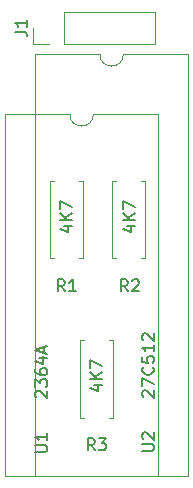
<source format=gto>
G04 #@! TF.GenerationSoftware,KiCad,Pcbnew,(5.1.6)-1*
G04 #@! TF.CreationDate,2020-07-21T10:16:09+03:00*
G04 #@! TF.ProjectId,C64_8Kernal,4336345f-384b-4657-926e-616c2e6b6963,rev?*
G04 #@! TF.SameCoordinates,Original*
G04 #@! TF.FileFunction,Legend,Top*
G04 #@! TF.FilePolarity,Positive*
%FSLAX46Y46*%
G04 Gerber Fmt 4.6, Leading zero omitted, Abs format (unit mm)*
G04 Created by KiCad (PCBNEW (5.1.6)-1) date 2020-07-21 10:16:09*
%MOMM*%
%LPD*%
G01*
G04 APERTURE LIST*
%ADD10C,0.120000*%
%ADD11C,0.150000*%
G04 APERTURE END LIST*
D10*
X128500000Y-96996000D02*
X128170000Y-96996000D01*
X128170000Y-96996000D02*
X128170000Y-90456000D01*
X128170000Y-90456000D02*
X128500000Y-90456000D01*
X130580000Y-96996000D02*
X130910000Y-96996000D01*
X130910000Y-96996000D02*
X130910000Y-90456000D01*
X130910000Y-90456000D02*
X130580000Y-90456000D01*
X131214000Y-83524000D02*
X130884000Y-83524000D01*
X130884000Y-83524000D02*
X130884000Y-76984000D01*
X130884000Y-76984000D02*
X131214000Y-76984000D01*
X133294000Y-83524000D02*
X133624000Y-83524000D01*
X133624000Y-83524000D02*
X133624000Y-76984000D01*
X133624000Y-76984000D02*
X133294000Y-76984000D01*
X125964000Y-83524000D02*
X125634000Y-83524000D01*
X125634000Y-83524000D02*
X125634000Y-76984000D01*
X125634000Y-76984000D02*
X125964000Y-76984000D01*
X128044000Y-83524000D02*
X128374000Y-83524000D01*
X128374000Y-83524000D02*
X128374000Y-76984000D01*
X128374000Y-76984000D02*
X128044000Y-76984000D01*
X127270000Y-71314000D02*
X121810000Y-71314000D01*
X121810000Y-71314000D02*
X121810000Y-101914000D01*
X121810000Y-101914000D02*
X134730000Y-101914000D01*
X134730000Y-101914000D02*
X134730000Y-71314000D01*
X134730000Y-71314000D02*
X129270000Y-71314000D01*
X129270000Y-71314000D02*
G75*
G02*
X127270000Y-71314000I-1000000J0D01*
G01*
X129810000Y-66234000D02*
X124350000Y-66234000D01*
X124350000Y-66234000D02*
X124350000Y-101914000D01*
X124350000Y-101914000D02*
X137270000Y-101914000D01*
X137270000Y-101914000D02*
X137270000Y-66234000D01*
X137270000Y-66234000D02*
X131810000Y-66234000D01*
X131810000Y-66234000D02*
G75*
G02*
X129810000Y-66234000I-1000000J0D01*
G01*
X134450000Y-65330000D02*
X134450000Y-62670000D01*
X126770000Y-65330000D02*
X134450000Y-65330000D01*
X126770000Y-62670000D02*
X134450000Y-62670000D01*
X126770000Y-65330000D02*
X126770000Y-62670000D01*
X125500000Y-65330000D02*
X124170000Y-65330000D01*
X124170000Y-65330000D02*
X124170000Y-64000000D01*
D11*
X129373333Y-99766380D02*
X129040000Y-99290190D01*
X128801904Y-99766380D02*
X128801904Y-98766380D01*
X129182857Y-98766380D01*
X129278095Y-98814000D01*
X129325714Y-98861619D01*
X129373333Y-98956857D01*
X129373333Y-99099714D01*
X129325714Y-99194952D01*
X129278095Y-99242571D01*
X129182857Y-99290190D01*
X128801904Y-99290190D01*
X129706666Y-98766380D02*
X130325714Y-98766380D01*
X129992380Y-99147333D01*
X130135238Y-99147333D01*
X130230476Y-99194952D01*
X130278095Y-99242571D01*
X130325714Y-99337809D01*
X130325714Y-99575904D01*
X130278095Y-99671142D01*
X130230476Y-99718761D01*
X130135238Y-99766380D01*
X129849523Y-99766380D01*
X129754285Y-99718761D01*
X129706666Y-99671142D01*
X129325714Y-94257714D02*
X129992380Y-94257714D01*
X128944761Y-94495809D02*
X129659047Y-94733904D01*
X129659047Y-94114857D01*
X129992380Y-93733904D02*
X128992380Y-93733904D01*
X129992380Y-93162476D02*
X129420952Y-93591047D01*
X128992380Y-93162476D02*
X129563809Y-93733904D01*
X128992380Y-92829142D02*
X128992380Y-92162476D01*
X129992380Y-92591047D01*
X132167333Y-86304380D02*
X131834000Y-85828190D01*
X131595904Y-86304380D02*
X131595904Y-85304380D01*
X131976857Y-85304380D01*
X132072095Y-85352000D01*
X132119714Y-85399619D01*
X132167333Y-85494857D01*
X132167333Y-85637714D01*
X132119714Y-85732952D01*
X132072095Y-85780571D01*
X131976857Y-85828190D01*
X131595904Y-85828190D01*
X132548285Y-85399619D02*
X132595904Y-85352000D01*
X132691142Y-85304380D01*
X132929238Y-85304380D01*
X133024476Y-85352000D01*
X133072095Y-85399619D01*
X133119714Y-85494857D01*
X133119714Y-85590095D01*
X133072095Y-85732952D01*
X132500666Y-86304380D01*
X133119714Y-86304380D01*
X132119714Y-80795714D02*
X132786380Y-80795714D01*
X131738761Y-81033809D02*
X132453047Y-81271904D01*
X132453047Y-80652857D01*
X132786380Y-80271904D02*
X131786380Y-80271904D01*
X132786380Y-79700476D02*
X132214952Y-80129047D01*
X131786380Y-79700476D02*
X132357809Y-80271904D01*
X131786380Y-79367142D02*
X131786380Y-78700476D01*
X132786380Y-79129047D01*
X126833333Y-86304380D02*
X126500000Y-85828190D01*
X126261904Y-86304380D02*
X126261904Y-85304380D01*
X126642857Y-85304380D01*
X126738095Y-85352000D01*
X126785714Y-85399619D01*
X126833333Y-85494857D01*
X126833333Y-85637714D01*
X126785714Y-85732952D01*
X126738095Y-85780571D01*
X126642857Y-85828190D01*
X126261904Y-85828190D01*
X127785714Y-86304380D02*
X127214285Y-86304380D01*
X127500000Y-86304380D02*
X127500000Y-85304380D01*
X127404761Y-85447238D01*
X127309523Y-85542476D01*
X127214285Y-85590095D01*
X126785714Y-80795714D02*
X127452380Y-80795714D01*
X126404761Y-81033809D02*
X127119047Y-81271904D01*
X127119047Y-80652857D01*
X127452380Y-80271904D02*
X126452380Y-80271904D01*
X127452380Y-79700476D02*
X126880952Y-80129047D01*
X126452380Y-79700476D02*
X127023809Y-80271904D01*
X126452380Y-79367142D02*
X126452380Y-78700476D01*
X127452380Y-79129047D01*
X124352380Y-99905904D02*
X125161904Y-99905904D01*
X125257142Y-99858285D01*
X125304761Y-99810666D01*
X125352380Y-99715428D01*
X125352380Y-99524952D01*
X125304761Y-99429714D01*
X125257142Y-99382095D01*
X125161904Y-99334476D01*
X124352380Y-99334476D01*
X125352380Y-98334476D02*
X125352380Y-98905904D01*
X125352380Y-98620190D02*
X124352380Y-98620190D01*
X124495238Y-98715428D01*
X124590476Y-98810666D01*
X124638095Y-98905904D01*
X124447619Y-95286857D02*
X124400000Y-95239238D01*
X124352380Y-95144000D01*
X124352380Y-94905904D01*
X124400000Y-94810666D01*
X124447619Y-94763047D01*
X124542857Y-94715428D01*
X124638095Y-94715428D01*
X124780952Y-94763047D01*
X125352380Y-95334476D01*
X125352380Y-94715428D01*
X124352380Y-94382095D02*
X124352380Y-93763047D01*
X124733333Y-94096380D01*
X124733333Y-93953523D01*
X124780952Y-93858285D01*
X124828571Y-93810666D01*
X124923809Y-93763047D01*
X125161904Y-93763047D01*
X125257142Y-93810666D01*
X125304761Y-93858285D01*
X125352380Y-93953523D01*
X125352380Y-94239238D01*
X125304761Y-94334476D01*
X125257142Y-94382095D01*
X124352380Y-92905904D02*
X124352380Y-93096380D01*
X124400000Y-93191619D01*
X124447619Y-93239238D01*
X124590476Y-93334476D01*
X124780952Y-93382095D01*
X125161904Y-93382095D01*
X125257142Y-93334476D01*
X125304761Y-93286857D01*
X125352380Y-93191619D01*
X125352380Y-93001142D01*
X125304761Y-92905904D01*
X125257142Y-92858285D01*
X125161904Y-92810666D01*
X124923809Y-92810666D01*
X124828571Y-92858285D01*
X124780952Y-92905904D01*
X124733333Y-93001142D01*
X124733333Y-93191619D01*
X124780952Y-93286857D01*
X124828571Y-93334476D01*
X124923809Y-93382095D01*
X124685714Y-91953523D02*
X125352380Y-91953523D01*
X124304761Y-92191619D02*
X125019047Y-92429714D01*
X125019047Y-91810666D01*
X125066666Y-91477333D02*
X125066666Y-91001142D01*
X125352380Y-91572571D02*
X124352380Y-91239238D01*
X125352380Y-90905904D01*
X133392380Y-99825904D02*
X134201904Y-99825904D01*
X134297142Y-99778285D01*
X134344761Y-99730666D01*
X134392380Y-99635428D01*
X134392380Y-99444952D01*
X134344761Y-99349714D01*
X134297142Y-99302095D01*
X134201904Y-99254476D01*
X133392380Y-99254476D01*
X133487619Y-98825904D02*
X133440000Y-98778285D01*
X133392380Y-98683047D01*
X133392380Y-98444952D01*
X133440000Y-98349714D01*
X133487619Y-98302095D01*
X133582857Y-98254476D01*
X133678095Y-98254476D01*
X133820952Y-98302095D01*
X134392380Y-98873523D01*
X134392380Y-98254476D01*
X133487619Y-95254476D02*
X133440000Y-95206857D01*
X133392380Y-95111619D01*
X133392380Y-94873523D01*
X133440000Y-94778285D01*
X133487619Y-94730666D01*
X133582857Y-94683047D01*
X133678095Y-94683047D01*
X133820952Y-94730666D01*
X134392380Y-95302095D01*
X134392380Y-94683047D01*
X133392380Y-94349714D02*
X133392380Y-93683047D01*
X134392380Y-94111619D01*
X134297142Y-92730666D02*
X134344761Y-92778285D01*
X134392380Y-92921142D01*
X134392380Y-93016380D01*
X134344761Y-93159238D01*
X134249523Y-93254476D01*
X134154285Y-93302095D01*
X133963809Y-93349714D01*
X133820952Y-93349714D01*
X133630476Y-93302095D01*
X133535238Y-93254476D01*
X133440000Y-93159238D01*
X133392380Y-93016380D01*
X133392380Y-92921142D01*
X133440000Y-92778285D01*
X133487619Y-92730666D01*
X133392380Y-91825904D02*
X133392380Y-92302095D01*
X133868571Y-92349714D01*
X133820952Y-92302095D01*
X133773333Y-92206857D01*
X133773333Y-91968761D01*
X133820952Y-91873523D01*
X133868571Y-91825904D01*
X133963809Y-91778285D01*
X134201904Y-91778285D01*
X134297142Y-91825904D01*
X134344761Y-91873523D01*
X134392380Y-91968761D01*
X134392380Y-92206857D01*
X134344761Y-92302095D01*
X134297142Y-92349714D01*
X134392380Y-90825904D02*
X134392380Y-91397333D01*
X134392380Y-91111619D02*
X133392380Y-91111619D01*
X133535238Y-91206857D01*
X133630476Y-91302095D01*
X133678095Y-91397333D01*
X133487619Y-90444952D02*
X133440000Y-90397333D01*
X133392380Y-90302095D01*
X133392380Y-90064000D01*
X133440000Y-89968761D01*
X133487619Y-89921142D01*
X133582857Y-89873523D01*
X133678095Y-89873523D01*
X133820952Y-89921142D01*
X134392380Y-90492571D01*
X134392380Y-89873523D01*
X122622380Y-64333333D02*
X123336666Y-64333333D01*
X123479523Y-64380952D01*
X123574761Y-64476190D01*
X123622380Y-64619047D01*
X123622380Y-64714285D01*
X123622380Y-63333333D02*
X123622380Y-63904761D01*
X123622380Y-63619047D02*
X122622380Y-63619047D01*
X122765238Y-63714285D01*
X122860476Y-63809523D01*
X122908095Y-63904761D01*
M02*

</source>
